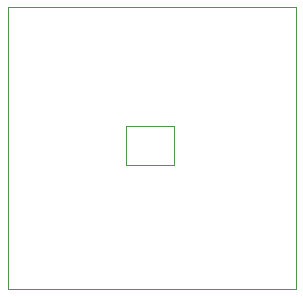
<source format=gbr>
%TF.GenerationSoftware,KiCad,Pcbnew,(5.1.10)-1*%
%TF.CreationDate,2023-09-10T10:41:42-05:00*%
%TF.ProjectId,perovskite_contact_board,7065726f-7673-46b6-9974-655f636f6e74,V3*%
%TF.SameCoordinates,Original*%
%TF.FileFunction,Profile,NP*%
%FSLAX46Y46*%
G04 Gerber Fmt 4.6, Leading zero omitted, Abs format (unit mm)*
G04 Created by KiCad (PCBNEW (5.1.10)-1) date 2023-09-10 10:41:42*
%MOMM*%
%LPD*%
G01*
G04 APERTURE LIST*
%TA.AperFunction,Profile*%
%ADD10C,0.100000*%
%TD*%
%TA.AperFunction,Profile*%
%ADD11C,0.050000*%
%TD*%
G04 APERTURE END LIST*
D10*
X150876000Y-122682000D02*
X150876000Y-98806000D01*
X175260000Y-122682000D02*
X150876000Y-122682000D01*
X175260000Y-98806000D02*
X175260000Y-122682000D01*
X150876000Y-98806000D02*
X175260000Y-98806000D01*
D11*
X164973000Y-108839000D02*
X160909000Y-108839000D01*
X164973000Y-112141000D02*
X164973000Y-108839000D01*
X160909000Y-112141000D02*
X164973000Y-112141000D01*
X160909000Y-108839000D02*
X160909000Y-112141000D01*
M02*

</source>
